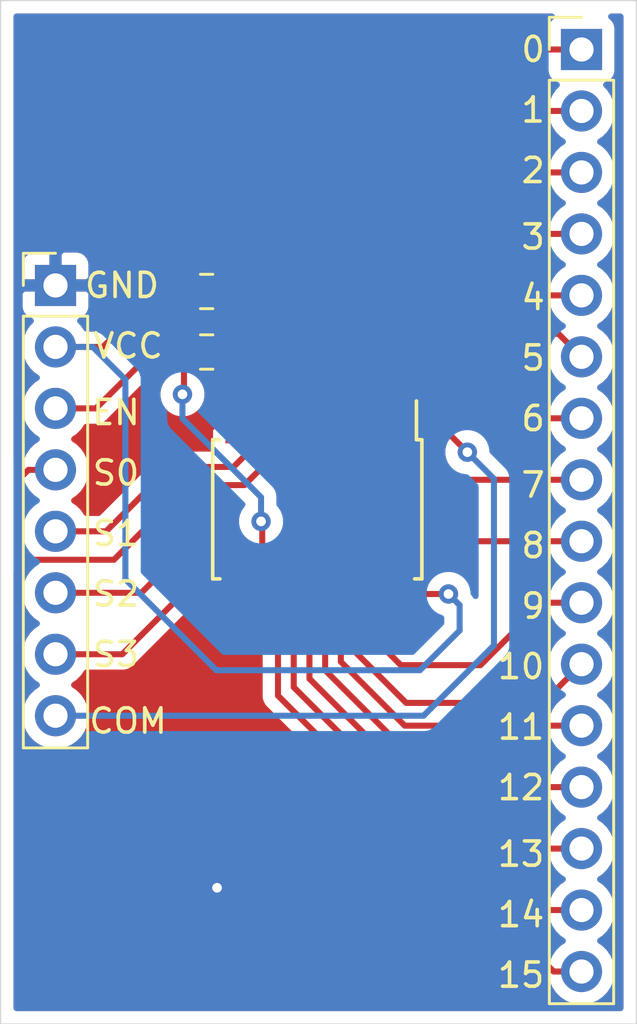
<source format=kicad_pcb>
(kicad_pcb (version 20171130) (host pcbnew 5.1.6-c6e7f7d~87~ubuntu18.04.1)

  (general
    (thickness 1.6)
    (drawings 28)
    (tracks 120)
    (zones 0)
    (modules 5)
    (nets 25)
  )

  (page A4)
  (title_block
    (title "16-pin analog / digital multiplexor breakout board")
    (date 2020-09-01)
    (rev 0.2)
    (company 6r1d)
  )

  (layers
    (0 F.Cu signal)
    (31 B.Cu signal)
    (32 B.Adhes user)
    (33 F.Adhes user)
    (34 B.Paste user)
    (35 F.Paste user)
    (36 B.SilkS user)
    (37 F.SilkS user)
    (38 B.Mask user)
    (39 F.Mask user)
    (40 Dwgs.User user)
    (41 Cmts.User user)
    (42 Eco1.User user)
    (43 Eco2.User user)
    (44 Edge.Cuts user)
    (45 Margin user)
    (46 B.CrtYd user)
    (47 F.CrtYd user)
    (48 B.Fab user)
    (49 F.Fab user)
  )

  (setup
    (last_trace_width 0.25)
    (trace_clearance 0.2)
    (zone_clearance 0.508)
    (zone_45_only no)
    (trace_min 0.2)
    (via_size 0.8)
    (via_drill 0.4)
    (via_min_size 0.4)
    (via_min_drill 0.3)
    (uvia_size 0.3)
    (uvia_drill 0.1)
    (uvias_allowed no)
    (uvia_min_size 0.2)
    (uvia_min_drill 0.1)
    (edge_width 0.05)
    (segment_width 0.2)
    (pcb_text_width 0.3)
    (pcb_text_size 1.5 1.5)
    (mod_edge_width 0.12)
    (mod_text_size 1 1)
    (mod_text_width 0.15)
    (pad_size 1.524 1.524)
    (pad_drill 0.762)
    (pad_to_mask_clearance 0.05)
    (aux_axis_origin 0 0)
    (visible_elements FFFFFF7F)
    (pcbplotparams
      (layerselection 0x010fc_ffffffff)
      (usegerberextensions false)
      (usegerberattributes true)
      (usegerberadvancedattributes true)
      (creategerberjobfile true)
      (excludeedgelayer true)
      (linewidth 0.100000)
      (plotframeref false)
      (viasonmask false)
      (mode 1)
      (useauxorigin false)
      (hpglpennumber 1)
      (hpglpenspeed 20)
      (hpglpendiameter 15.000000)
      (psnegative false)
      (psa4output false)
      (plotreference true)
      (plotvalue true)
      (plotinvisibletext false)
      (padsonsilk false)
      (subtractmaskfromsilk false)
      (outputformat 1)
      (mirror false)
      (drillshape 1)
      (scaleselection 1)
      (outputdirectory ""))
  )

  (net 0 "")
  (net 1 VCC)
  (net 2 GND)
  (net 3 EN)
  (net 4 S0)
  (net 5 S1)
  (net 6 S2)
  (net 7 S3)
  (net 8 COM)
  (net 9 "Net-(J2-Pad1)")
  (net 10 "Net-(J2-Pad2)")
  (net 11 "Net-(J2-Pad3)")
  (net 12 "Net-(J2-Pad4)")
  (net 13 "Net-(J2-Pad5)")
  (net 14 "Net-(J2-Pad6)")
  (net 15 "Net-(J2-Pad7)")
  (net 16 "Net-(J2-Pad8)")
  (net 17 "Net-(J2-Pad9)")
  (net 18 "Net-(J2-Pad10)")
  (net 19 "Net-(J2-Pad11)")
  (net 20 "Net-(J2-Pad12)")
  (net 21 "Net-(J2-Pad13)")
  (net 22 "Net-(J2-Pad14)")
  (net 23 "Net-(J2-Pad15)")
  (net 24 "Net-(J2-Pad16)")

  (net_class Default "This is the default net class."
    (clearance 0.2)
    (trace_width 0.25)
    (via_dia 0.8)
    (via_drill 0.4)
    (uvia_dia 0.3)
    (uvia_drill 0.1)
    (add_net COM)
    (add_net EN)
    (add_net GND)
    (add_net "Net-(J2-Pad1)")
    (add_net "Net-(J2-Pad10)")
    (add_net "Net-(J2-Pad11)")
    (add_net "Net-(J2-Pad12)")
    (add_net "Net-(J2-Pad13)")
    (add_net "Net-(J2-Pad14)")
    (add_net "Net-(J2-Pad15)")
    (add_net "Net-(J2-Pad16)")
    (add_net "Net-(J2-Pad2)")
    (add_net "Net-(J2-Pad3)")
    (add_net "Net-(J2-Pad4)")
    (add_net "Net-(J2-Pad5)")
    (add_net "Net-(J2-Pad6)")
    (add_net "Net-(J2-Pad7)")
    (add_net "Net-(J2-Pad8)")
    (add_net "Net-(J2-Pad9)")
    (add_net S0)
    (add_net S1)
    (add_net S2)
    (add_net S3)
    (add_net VCC)
  )

  (module Capacitor_SMD:C_0805_2012Metric (layer F.Cu) (tedit 5B36C52B) (tstamp 5F3F832A)
    (at 21.5 24.75)
    (descr "Capacitor SMD 0805 (2012 Metric), square (rectangular) end terminal, IPC_7351 nominal, (Body size source: https://docs.google.com/spreadsheets/d/1BsfQQcO9C6DZCsRaXUlFlo91Tg2WpOkGARC1WS5S8t0/edit?usp=sharing), generated with kicad-footprint-generator")
    (tags capacitor)
    (path /5F40B248)
    (attr smd)
    (fp_text reference C1 (at 0 -1.65) (layer F.SilkS) hide
      (effects (font (size 1 1) (thickness 0.15)))
    )
    (fp_text value 0.1uF (at 0 1.65) (layer F.Fab) hide
      (effects (font (size 1 1) (thickness 0.15)))
    )
    (fp_line (start -1 0.6) (end -1 -0.6) (layer F.Fab) (width 0.1))
    (fp_line (start -1 -0.6) (end 1 -0.6) (layer F.Fab) (width 0.1))
    (fp_line (start 1 -0.6) (end 1 0.6) (layer F.Fab) (width 0.1))
    (fp_line (start 1 0.6) (end -1 0.6) (layer F.Fab) (width 0.1))
    (fp_line (start -0.258578 -0.71) (end 0.258578 -0.71) (layer F.SilkS) (width 0.12))
    (fp_line (start -0.258578 0.71) (end 0.258578 0.71) (layer F.SilkS) (width 0.12))
    (fp_line (start -1.68 0.95) (end -1.68 -0.95) (layer F.CrtYd) (width 0.05))
    (fp_line (start -1.68 -0.95) (end 1.68 -0.95) (layer F.CrtYd) (width 0.05))
    (fp_line (start 1.68 -0.95) (end 1.68 0.95) (layer F.CrtYd) (width 0.05))
    (fp_line (start 1.68 0.95) (end -1.68 0.95) (layer F.CrtYd) (width 0.05))
    (fp_text user %R (at 0 0 90) (layer F.Fab)
      (effects (font (size 0.5 0.5) (thickness 0.08)))
    )
    (pad 2 smd roundrect (at 0.9375 0) (size 0.975 1.4) (layers F.Cu F.Paste F.Mask) (roundrect_rratio 0.25)
      (net 2 GND))
    (pad 1 smd roundrect (at -0.9375 0) (size 0.975 1.4) (layers F.Cu F.Paste F.Mask) (roundrect_rratio 0.25)
      (net 1 VCC))
    (model ${KISYS3DMOD}/Capacitor_SMD.3dshapes/C_0805_2012Metric.wrl
      (at (xyz 0 0 0))
      (scale (xyz 1 1 1))
      (rotate (xyz 0 0 0))
    )
  )

  (module Connector_PinHeader_2.54mm:PinHeader_1x08_P2.54mm_Vertical (layer F.Cu) (tedit 59FED5CC) (tstamp 5F3F8346)
    (at 15.25 24.5)
    (descr "Through hole straight pin header, 1x08, 2.54mm pitch, single row")
    (tags "Through hole pin header THT 1x08 2.54mm single row")
    (path /5F4020EA)
    (fp_text reference J1 (at 0 -2.33) (layer F.SilkS) hide
      (effects (font (size 1 1) (thickness 0.15)))
    )
    (fp_text value Conn_01x08 (at 0 20.11) (layer F.Fab) hide
      (effects (font (size 1 1) (thickness 0.15)))
    )
    (fp_line (start 1.8 -1.8) (end -1.8 -1.8) (layer F.CrtYd) (width 0.05))
    (fp_line (start 1.8 19.55) (end 1.8 -1.8) (layer F.CrtYd) (width 0.05))
    (fp_line (start -1.8 19.55) (end 1.8 19.55) (layer F.CrtYd) (width 0.05))
    (fp_line (start -1.8 -1.8) (end -1.8 19.55) (layer F.CrtYd) (width 0.05))
    (fp_line (start -1.33 -1.33) (end 0 -1.33) (layer F.SilkS) (width 0.12))
    (fp_line (start -1.33 0) (end -1.33 -1.33) (layer F.SilkS) (width 0.12))
    (fp_line (start -1.33 1.27) (end 1.33 1.27) (layer F.SilkS) (width 0.12))
    (fp_line (start 1.33 1.27) (end 1.33 19.11) (layer F.SilkS) (width 0.12))
    (fp_line (start -1.33 1.27) (end -1.33 19.11) (layer F.SilkS) (width 0.12))
    (fp_line (start -1.33 19.11) (end 1.33 19.11) (layer F.SilkS) (width 0.12))
    (fp_line (start -1.27 -0.635) (end -0.635 -1.27) (layer F.Fab) (width 0.1))
    (fp_line (start -1.27 19.05) (end -1.27 -0.635) (layer F.Fab) (width 0.1))
    (fp_line (start 1.27 19.05) (end -1.27 19.05) (layer F.Fab) (width 0.1))
    (fp_line (start 1.27 -1.27) (end 1.27 19.05) (layer F.Fab) (width 0.1))
    (fp_line (start -0.635 -1.27) (end 1.27 -1.27) (layer F.Fab) (width 0.1))
    (fp_text user %R (at 0 8.89 90) (layer F.Fab) hide
      (effects (font (size 1 1) (thickness 0.15)))
    )
    (pad 1 thru_hole rect (at 0 0) (size 1.7 1.7) (drill 1) (layers *.Cu *.Mask)
      (net 2 GND))
    (pad 2 thru_hole oval (at 0 2.54) (size 1.7 1.7) (drill 1) (layers *.Cu *.Mask)
      (net 1 VCC))
    (pad 3 thru_hole oval (at 0 5.08) (size 1.7 1.7) (drill 1) (layers *.Cu *.Mask)
      (net 3 EN))
    (pad 4 thru_hole oval (at 0 7.62) (size 1.7 1.7) (drill 1) (layers *.Cu *.Mask)
      (net 4 S0))
    (pad 5 thru_hole oval (at 0 10.16) (size 1.7 1.7) (drill 1) (layers *.Cu *.Mask)
      (net 5 S1))
    (pad 6 thru_hole oval (at 0 12.7) (size 1.7 1.7) (drill 1) (layers *.Cu *.Mask)
      (net 6 S2))
    (pad 7 thru_hole oval (at 0 15.24) (size 1.7 1.7) (drill 1) (layers *.Cu *.Mask)
      (net 7 S3))
    (pad 8 thru_hole oval (at 0 17.78) (size 1.7 1.7) (drill 1) (layers *.Cu *.Mask)
      (net 8 COM))
    (model ${KISYS3DMOD}/Connector_PinHeader_2.54mm.3dshapes/PinHeader_1x08_P2.54mm_Vertical.wrl
      (at (xyz 0 0 0))
      (scale (xyz 1 1 1))
      (rotate (xyz 0 0 0))
    )
  )

  (module Connector_PinHeader_2.54mm:PinHeader_1x16_P2.54mm_Vertical (layer F.Cu) (tedit 59FED5CC) (tstamp 5F3F836A)
    (at 37 14.75)
    (descr "Through hole straight pin header, 1x16, 2.54mm pitch, single row")
    (tags "Through hole pin header THT 1x16 2.54mm single row")
    (path /5F3F7113)
    (fp_text reference J2 (at 0 -2.33) (layer F.SilkS) hide
      (effects (font (size 1 1) (thickness 0.15)))
    )
    (fp_text value Conn_01x16 (at 0 40.43) (layer F.Fab) hide
      (effects (font (size 1 1) (thickness 0.15)))
    )
    (fp_line (start 1.8 -1.8) (end -1.8 -1.8) (layer F.CrtYd) (width 0.05))
    (fp_line (start 1.8 39.9) (end 1.8 -1.8) (layer F.CrtYd) (width 0.05))
    (fp_line (start -1.8 39.9) (end 1.8 39.9) (layer F.CrtYd) (width 0.05))
    (fp_line (start -1.8 -1.8) (end -1.8 39.9) (layer F.CrtYd) (width 0.05))
    (fp_line (start -1.33 -1.33) (end 0 -1.33) (layer F.SilkS) (width 0.12))
    (fp_line (start -1.33 0) (end -1.33 -1.33) (layer F.SilkS) (width 0.12))
    (fp_line (start -1.33 1.27) (end 1.33 1.27) (layer F.SilkS) (width 0.12))
    (fp_line (start 1.33 1.27) (end 1.33 39.43) (layer F.SilkS) (width 0.12))
    (fp_line (start -1.33 1.27) (end -1.33 39.43) (layer F.SilkS) (width 0.12))
    (fp_line (start -1.33 39.43) (end 1.33 39.43) (layer F.SilkS) (width 0.12))
    (fp_line (start -1.27 -0.635) (end -0.635 -1.27) (layer F.Fab) (width 0.1))
    (fp_line (start -1.27 39.37) (end -1.27 -0.635) (layer F.Fab) (width 0.1))
    (fp_line (start 1.27 39.37) (end -1.27 39.37) (layer F.Fab) (width 0.1))
    (fp_line (start 1.27 -1.27) (end 1.27 39.37) (layer F.Fab) (width 0.1))
    (fp_line (start -0.635 -1.27) (end 1.27 -1.27) (layer F.Fab) (width 0.1))
    (fp_text user %R (at 0 19.05 90) (layer F.Fab) hide
      (effects (font (size 1 1) (thickness 0.15)))
    )
    (pad 1 thru_hole rect (at 0 0) (size 1.7 1.7) (drill 1) (layers *.Cu *.Mask)
      (net 9 "Net-(J2-Pad1)"))
    (pad 2 thru_hole oval (at 0 2.54) (size 1.7 1.7) (drill 1) (layers *.Cu *.Mask)
      (net 10 "Net-(J2-Pad2)"))
    (pad 3 thru_hole oval (at 0 5.08) (size 1.7 1.7) (drill 1) (layers *.Cu *.Mask)
      (net 11 "Net-(J2-Pad3)"))
    (pad 4 thru_hole oval (at 0 7.62) (size 1.7 1.7) (drill 1) (layers *.Cu *.Mask)
      (net 12 "Net-(J2-Pad4)"))
    (pad 5 thru_hole oval (at 0 10.16) (size 1.7 1.7) (drill 1) (layers *.Cu *.Mask)
      (net 13 "Net-(J2-Pad5)"))
    (pad 6 thru_hole oval (at 0 12.7) (size 1.7 1.7) (drill 1) (layers *.Cu *.Mask)
      (net 14 "Net-(J2-Pad6)"))
    (pad 7 thru_hole oval (at 0 15.24) (size 1.7 1.7) (drill 1) (layers *.Cu *.Mask)
      (net 15 "Net-(J2-Pad7)"))
    (pad 8 thru_hole oval (at 0 17.78) (size 1.7 1.7) (drill 1) (layers *.Cu *.Mask)
      (net 16 "Net-(J2-Pad8)"))
    (pad 9 thru_hole oval (at 0 20.32) (size 1.7 1.7) (drill 1) (layers *.Cu *.Mask)
      (net 17 "Net-(J2-Pad9)"))
    (pad 10 thru_hole oval (at 0 22.86) (size 1.7 1.7) (drill 1) (layers *.Cu *.Mask)
      (net 18 "Net-(J2-Pad10)"))
    (pad 11 thru_hole oval (at 0 25.4) (size 1.7 1.7) (drill 1) (layers *.Cu *.Mask)
      (net 19 "Net-(J2-Pad11)"))
    (pad 12 thru_hole oval (at 0 27.94) (size 1.7 1.7) (drill 1) (layers *.Cu *.Mask)
      (net 20 "Net-(J2-Pad12)"))
    (pad 13 thru_hole oval (at 0 30.48) (size 1.7 1.7) (drill 1) (layers *.Cu *.Mask)
      (net 21 "Net-(J2-Pad13)"))
    (pad 14 thru_hole oval (at 0 33.02) (size 1.7 1.7) (drill 1) (layers *.Cu *.Mask)
      (net 22 "Net-(J2-Pad14)"))
    (pad 15 thru_hole oval (at 0 35.56) (size 1.7 1.7) (drill 1) (layers *.Cu *.Mask)
      (net 23 "Net-(J2-Pad15)"))
    (pad 16 thru_hole oval (at 0 38.1) (size 1.7 1.7) (drill 1) (layers *.Cu *.Mask)
      (net 24 "Net-(J2-Pad16)"))
    (model ${KISYS3DMOD}/Connector_PinHeader_2.54mm.3dshapes/PinHeader_1x16_P2.54mm_Vertical.wrl
      (at (xyz 0 0 0))
      (scale (xyz 1 1 1))
      (rotate (xyz 0 0 0))
    )
  )

  (module Resistor_SMD:R_0805_2012Metric (layer F.Cu) (tedit 5B36C52B) (tstamp 5F3F837B)
    (at 21.5 27.25)
    (descr "Resistor SMD 0805 (2012 Metric), square (rectangular) end terminal, IPC_7351 nominal, (Body size source: https://docs.google.com/spreadsheets/d/1BsfQQcO9C6DZCsRaXUlFlo91Tg2WpOkGARC1WS5S8t0/edit?usp=sharing), generated with kicad-footprint-generator")
    (tags resistor)
    (path /5F40AEA9)
    (attr smd)
    (fp_text reference R1 (at 0 -1.65) (layer F.SilkS) hide
      (effects (font (size 1 1) (thickness 0.15)))
    )
    (fp_text value 10k (at 0 1.65) (layer F.Fab) hide
      (effects (font (size 1 1) (thickness 0.15)))
    )
    (fp_line (start 1.68 0.95) (end -1.68 0.95) (layer F.CrtYd) (width 0.05))
    (fp_line (start 1.68 -0.95) (end 1.68 0.95) (layer F.CrtYd) (width 0.05))
    (fp_line (start -1.68 -0.95) (end 1.68 -0.95) (layer F.CrtYd) (width 0.05))
    (fp_line (start -1.68 0.95) (end -1.68 -0.95) (layer F.CrtYd) (width 0.05))
    (fp_line (start -0.258578 0.71) (end 0.258578 0.71) (layer F.SilkS) (width 0.12))
    (fp_line (start -0.258578 -0.71) (end 0.258578 -0.71) (layer F.SilkS) (width 0.12))
    (fp_line (start 1 0.6) (end -1 0.6) (layer F.Fab) (width 0.1))
    (fp_line (start 1 -0.6) (end 1 0.6) (layer F.Fab) (width 0.1))
    (fp_line (start -1 -0.6) (end 1 -0.6) (layer F.Fab) (width 0.1))
    (fp_line (start -1 0.6) (end -1 -0.6) (layer F.Fab) (width 0.1))
    (fp_text user %R (at 0 0 90) (layer F.Fab)
      (effects (font (size 0.5 0.5) (thickness 0.08)))
    )
    (pad 1 smd roundrect (at -0.9375 0) (size 0.975 1.4) (layers F.Cu F.Paste F.Mask) (roundrect_rratio 0.25)
      (net 3 EN))
    (pad 2 smd roundrect (at 0.9375 0) (size 0.975 1.4) (layers F.Cu F.Paste F.Mask) (roundrect_rratio 0.25)
      (net 2 GND))
    (model ${KISYS3DMOD}/Resistor_SMD.3dshapes/R_0805_2012Metric.wrl
      (at (xyz 0 0 0))
      (scale (xyz 1 1 1))
      (rotate (xyz 0 0 0))
    )
  )

  (module Package_SO:SSOP-24_5.3x8.2mm_P0.65mm (layer F.Cu) (tedit 5A02F25C) (tstamp 5F3F8952)
    (at 26.075001 33.75 270)
    (descr "24-Lead Plastic Shrink Small Outline (SS)-5.30 mm Body [SSOP] (see Microchip Packaging Specification 00000049BS.pdf)")
    (tags "SSOP 0.65")
    (path /5F3F31DD)
    (attr smd)
    (fp_text reference U1 (at 0 0.075001 90) (layer F.SilkS) hide
      (effects (font (size 1 1) (thickness 0.15)))
    )
    (fp_text value CD74HC4067SM (at 0 5.25 90) (layer F.Fab) hide
      (effects (font (size 1 1) (thickness 0.15)))
    )
    (fp_line (start -2.875 -4.1) (end -4.475 -4.1) (layer F.SilkS) (width 0.15))
    (fp_line (start -2.875 4.325) (end 2.875 4.325) (layer F.SilkS) (width 0.15))
    (fp_line (start -2.875 -4.325) (end 2.875 -4.325) (layer F.SilkS) (width 0.15))
    (fp_line (start -2.875 4.325) (end -2.875 4.025) (layer F.SilkS) (width 0.15))
    (fp_line (start 2.875 4.325) (end 2.875 4.025) (layer F.SilkS) (width 0.15))
    (fp_line (start 2.875 -4.325) (end 2.875 -4.025) (layer F.SilkS) (width 0.15))
    (fp_line (start -2.875 -4.325) (end -2.875 -4.1) (layer F.SilkS) (width 0.15))
    (fp_line (start -4.75 4.5) (end 4.75 4.5) (layer F.CrtYd) (width 0.05))
    (fp_line (start -4.75 -4.5) (end 4.75 -4.5) (layer F.CrtYd) (width 0.05))
    (fp_line (start 4.75 -4.5) (end 4.75 4.5) (layer F.CrtYd) (width 0.05))
    (fp_line (start -4.75 -4.5) (end -4.75 4.5) (layer F.CrtYd) (width 0.05))
    (fp_line (start -2.65 -3.1) (end -1.65 -4.1) (layer F.Fab) (width 0.15))
    (fp_line (start -2.65 4.1) (end -2.65 -3.1) (layer F.Fab) (width 0.15))
    (fp_line (start 2.65 4.1) (end -2.65 4.1) (layer F.Fab) (width 0.15))
    (fp_line (start 2.65 -4.1) (end 2.65 4.1) (layer F.Fab) (width 0.15))
    (fp_line (start -1.65 -4.1) (end 2.65 -4.1) (layer F.Fab) (width 0.15))
    (fp_text user %R (at 0 0 90) (layer F.Fab) hide
      (effects (font (size 0.8 0.8) (thickness 0.15)))
    )
    (pad 1 smd rect (at -3.6 -3.575 270) (size 1.75 0.45) (layers F.Cu F.Paste F.Mask)
      (net 8 COM))
    (pad 2 smd rect (at -3.6 -2.925 270) (size 1.75 0.45) (layers F.Cu F.Paste F.Mask)
      (net 16 "Net-(J2-Pad8)"))
    (pad 3 smd rect (at -3.6 -2.275 270) (size 1.75 0.45) (layers F.Cu F.Paste F.Mask)
      (net 15 "Net-(J2-Pad7)"))
    (pad 4 smd rect (at -3.6 -1.625 270) (size 1.75 0.45) (layers F.Cu F.Paste F.Mask)
      (net 14 "Net-(J2-Pad6)"))
    (pad 5 smd rect (at -3.6 -0.975 270) (size 1.75 0.45) (layers F.Cu F.Paste F.Mask)
      (net 13 "Net-(J2-Pad5)"))
    (pad 6 smd rect (at -3.6 -0.325 270) (size 1.75 0.45) (layers F.Cu F.Paste F.Mask)
      (net 12 "Net-(J2-Pad4)"))
    (pad 7 smd rect (at -3.6 0.325 270) (size 1.75 0.45) (layers F.Cu F.Paste F.Mask)
      (net 11 "Net-(J2-Pad3)"))
    (pad 8 smd rect (at -3.6 0.975 270) (size 1.75 0.45) (layers F.Cu F.Paste F.Mask)
      (net 10 "Net-(J2-Pad2)"))
    (pad 9 smd rect (at -3.6 1.625 270) (size 1.75 0.45) (layers F.Cu F.Paste F.Mask)
      (net 9 "Net-(J2-Pad1)"))
    (pad 10 smd rect (at -3.6 2.275 270) (size 1.75 0.45) (layers F.Cu F.Paste F.Mask)
      (net 4 S0))
    (pad 11 smd rect (at -3.6 2.925 270) (size 1.75 0.45) (layers F.Cu F.Paste F.Mask)
      (net 5 S1))
    (pad 12 smd rect (at -3.6 3.575 270) (size 1.75 0.45) (layers F.Cu F.Paste F.Mask)
      (net 2 GND))
    (pad 13 smd rect (at 3.6 3.575 270) (size 1.75 0.45) (layers F.Cu F.Paste F.Mask)
      (net 7 S3))
    (pad 14 smd rect (at 3.6 2.925 270) (size 1.75 0.45) (layers F.Cu F.Paste F.Mask)
      (net 6 S2))
    (pad 15 smd rect (at 3.6 2.275 270) (size 1.75 0.45) (layers F.Cu F.Paste F.Mask)
      (net 3 EN))
    (pad 16 smd rect (at 3.6 1.625 270) (size 1.75 0.45) (layers F.Cu F.Paste F.Mask)
      (net 24 "Net-(J2-Pad16)"))
    (pad 17 smd rect (at 3.6 0.975 270) (size 1.75 0.45) (layers F.Cu F.Paste F.Mask)
      (net 23 "Net-(J2-Pad15)"))
    (pad 18 smd rect (at 3.6 0.325 270) (size 1.75 0.45) (layers F.Cu F.Paste F.Mask)
      (net 22 "Net-(J2-Pad14)"))
    (pad 19 smd rect (at 3.6 -0.325 270) (size 1.75 0.45) (layers F.Cu F.Paste F.Mask)
      (net 21 "Net-(J2-Pad13)"))
    (pad 20 smd rect (at 3.6 -0.975 270) (size 1.75 0.45) (layers F.Cu F.Paste F.Mask)
      (net 20 "Net-(J2-Pad12)"))
    (pad 21 smd rect (at 3.6 -1.625 270) (size 1.75 0.45) (layers F.Cu F.Paste F.Mask)
      (net 19 "Net-(J2-Pad11)"))
    (pad 22 smd rect (at 3.6 -2.275 270) (size 1.75 0.45) (layers F.Cu F.Paste F.Mask)
      (net 18 "Net-(J2-Pad10)"))
    (pad 23 smd rect (at 3.6 -2.925 270) (size 1.75 0.45) (layers F.Cu F.Paste F.Mask)
      (net 17 "Net-(J2-Pad9)"))
    (pad 24 smd rect (at 3.6 -3.575 270) (size 1.75 0.45) (layers F.Cu F.Paste F.Mask)
      (net 1 VCC))
    (model ${KISYS3DMOD}/Package_SO.3dshapes/SSOP-24_5.3x8.2mm_P0.65mm.wrl
      (at (xyz 0 0 0))
      (scale (xyz 1 1 1))
      (rotate (xyz 0 0 0))
    )
  )

  (gr_line (start 12.98 55.02) (end 12.98 12.73) (layer Edge.Cuts) (width 0.05) (tstamp 5F4E5EC6))
  (gr_line (start 39.27 55.02) (end 12.98 55.02) (layer Edge.Cuts) (width 0.05))
  (gr_line (start 39.27 12.73) (end 39.27 55.02) (layer Edge.Cuts) (width 0.05))
  (gr_line (start 12.98 12.73) (end 39.27 12.73) (layer Edge.Cuts) (width 0.05))
  (gr_text 0 (at 35 14.75) (layer F.SilkS)
    (effects (font (size 1 1) (thickness 0.15)))
  )
  (gr_text 1 (at 35 17.25) (layer F.SilkS)
    (effects (font (size 1 1) (thickness 0.15)))
  )
  (gr_text 2 (at 35 19.75) (layer F.SilkS)
    (effects (font (size 1 1) (thickness 0.15)))
  )
  (gr_text 3 (at 35 22.5) (layer F.SilkS)
    (effects (font (size 1 1) (thickness 0.15)))
  )
  (gr_text 4 (at 35 25) (layer F.SilkS)
    (effects (font (size 1 1) (thickness 0.15)))
  )
  (gr_text 5 (at 35 27.5) (layer F.SilkS)
    (effects (font (size 1 1) (thickness 0.15)))
  )
  (gr_text 6 (at 35 30) (layer F.SilkS)
    (effects (font (size 1 1) (thickness 0.15)))
  )
  (gr_text 7 (at 35 32.75) (layer F.SilkS)
    (effects (font (size 1 1) (thickness 0.15)))
  )
  (gr_text 8 (at 35 35.25) (layer F.SilkS)
    (effects (font (size 1 1) (thickness 0.15)))
  )
  (gr_text 9 (at 35 37.75) (layer F.SilkS)
    (effects (font (size 1 1) (thickness 0.15)))
  )
  (gr_text 10 (at 34.5 40.25) (layer F.SilkS)
    (effects (font (size 1 1) (thickness 0.15)))
  )
  (gr_text 11 (at 34.5 42.75) (layer F.SilkS)
    (effects (font (size 1 1) (thickness 0.15)))
  )
  (gr_text 12 (at 34.5 45.25) (layer F.SilkS)
    (effects (font (size 1 1) (thickness 0.15)))
  )
  (gr_text 13 (at 34.5 48) (layer F.SilkS)
    (effects (font (size 1 1) (thickness 0.15)))
  )
  (gr_text 14 (at 34.5 50.5) (layer F.SilkS)
    (effects (font (size 1 1) (thickness 0.15)))
  )
  (gr_text 15 (at 34.5 53) (layer F.SilkS)
    (effects (font (size 1 1) (thickness 0.15)))
  )
  (gr_text GND (at 18 24.5) (layer F.SilkS)
    (effects (font (size 1 1) (thickness 0.15)))
  )
  (gr_text VCC (at 18.25 27) (layer F.SilkS)
    (effects (font (size 1 1) (thickness 0.15)))
  )
  (gr_text EN (at 17.75 29.75) (layer F.SilkS)
    (effects (font (size 1 1) (thickness 0.15)))
  )
  (gr_text S0 (at 17.75 32.25) (layer F.SilkS)
    (effects (font (size 1 1) (thickness 0.15)))
  )
  (gr_text S1 (at 17.75 34.75) (layer F.SilkS)
    (effects (font (size 1 1) (thickness 0.15)))
  )
  (gr_text S2 (at 17.75 37.25) (layer F.SilkS)
    (effects (font (size 1 1) (thickness 0.15)))
  )
  (gr_text S3 (at 17.75 39.75) (layer F.SilkS)
    (effects (font (size 1 1) (thickness 0.15)))
  )
  (gr_text COM (at 18.25 42.5) (layer F.SilkS)
    (effects (font (size 1 1) (thickness 0.15)))
  )

  (via (at 31.5 37.25) (size 0.8) (drill 0.4) (layers F.Cu B.Cu) (net 1))
  (segment (start 29.750001 37.25) (end 29.650001 37.35) (width 0.25) (layer F.Cu) (net 1))
  (segment (start 31.5 37.25) (end 29.750001 37.25) (width 0.25) (layer F.Cu) (net 1))
  (segment (start 17.21 27.04) (end 19.5 24.75) (width 0.25) (layer F.Cu) (net 1))
  (segment (start 19.5 24.75) (end 20.5625 24.75) (width 0.25) (layer F.Cu) (net 1))
  (segment (start 15.25 27.04) (end 17.21 27.04) (width 0.25) (layer F.Cu) (net 1))
  (segment (start 31.96 37.71) (end 31.5 37.25) (width 0.25) (layer B.Cu) (net 1))
  (segment (start 31.96 38.76) (end 31.96 37.71) (width 0.25) (layer B.Cu) (net 1))
  (segment (start 16.79 27.04) (end 18.14 28.39) (width 0.25) (layer B.Cu) (net 1))
  (segment (start 21.9 40.4) (end 30.32 40.4) (width 0.25) (layer B.Cu) (net 1))
  (segment (start 15.25 27.04) (end 16.79 27.04) (width 0.25) (layer B.Cu) (net 1))
  (segment (start 18.14 36.64) (end 21.9 40.4) (width 0.25) (layer B.Cu) (net 1))
  (segment (start 18.14 28.39) (end 18.14 36.64) (width 0.25) (layer B.Cu) (net 1))
  (segment (start 30.32 40.4) (end 31.96 38.76) (width 0.25) (layer B.Cu) (net 1))
  (segment (start 22.6 30.050001) (end 22.500001 30.15) (width 0.25) (layer F.Cu) (net 2))
  (segment (start 22.4375 24.75) (end 22.4375 27.25) (width 0.25) (layer F.Cu) (net 2))
  (segment (start 22.4375 30.087499) (end 22.500001 30.15) (width 0.25) (layer F.Cu) (net 2))
  (segment (start 22.4375 27.25) (end 22.4375 30.087499) (width 0.25) (layer F.Cu) (net 2))
  (segment (start 21.75 23.25) (end 22.4375 23.9375) (width 0.25) (layer F.Cu) (net 2))
  (segment (start 22.4375 23.9375) (end 22.4375 24.75) (width 0.25) (layer F.Cu) (net 2))
  (segment (start 18.25 23.25) (end 21.75 23.25) (width 0.25) (layer F.Cu) (net 2))
  (segment (start 15.25 24.5) (end 17 24.5) (width 0.25) (layer F.Cu) (net 2))
  (segment (start 17 24.5) (end 18.25 23.25) (width 0.25) (layer F.Cu) (net 2))
  (via (at 21.93 49.39) (size 0.8) (drill 0.4) (layers F.Cu B.Cu) (net 2))
  (via (at 20.5 29) (size 0.8) (drill 0.4) (layers F.Cu B.Cu) (net 3))
  (segment (start 20.5625 27.25) (end 20.5625 28.9375) (width 0.25) (layer F.Cu) (net 3))
  (segment (start 20.5625 28.9375) (end 20.5 29) (width 0.25) (layer F.Cu) (net 3))
  (via (at 23.750006 34.25) (size 0.8) (drill 0.4) (layers F.Cu B.Cu) (net 3))
  (segment (start 23.800001 37.35) (end 23.800001 34.299995) (width 0.25) (layer F.Cu) (net 3))
  (segment (start 23.800001 34.299995) (end 23.750006 34.25) (width 0.25) (layer F.Cu) (net 3))
  (segment (start 23.750006 33.250006) (end 23.750006 34.25) (width 0.25) (layer B.Cu) (net 3))
  (segment (start 20.5 29) (end 20.5 30) (width 0.25) (layer B.Cu) (net 3))
  (segment (start 20.5 30) (end 23.750006 33.250006) (width 0.25) (layer B.Cu) (net 3))
  (segment (start 16.92 29.58) (end 19.25 27.25) (width 0.25) (layer F.Cu) (net 3))
  (segment (start 19.25 27.25) (end 20.5625 27.25) (width 0.25) (layer F.Cu) (net 3))
  (segment (start 15.25 29.58) (end 16.92 29.58) (width 0.25) (layer F.Cu) (net 3))
  (segment (start 23.75 30.200001) (end 23.800001 30.15) (width 0.25) (layer F.Cu) (net 4))
  (segment (start 23.800001 32.009999) (end 23.800001 30.15) (width 0.25) (layer F.Cu) (net 4))
  (segment (start 23.06 32.75) (end 23.800001 32.009999) (width 0.25) (layer F.Cu) (net 4))
  (segment (start 20.75 32.75) (end 23.06 32.75) (width 0.25) (layer F.Cu) (net 4))
  (segment (start 14.13 32.12) (end 13.75 32.5) (width 0.25) (layer F.Cu) (net 4))
  (segment (start 13.75 32.5) (end 13.75 35.460001) (width 0.25) (layer F.Cu) (net 4))
  (segment (start 17.664999 35.835001) (end 20.75 32.75) (width 0.25) (layer F.Cu) (net 4))
  (segment (start 15.25 32.12) (end 14.13 32.12) (width 0.25) (layer F.Cu) (net 4))
  (segment (start 13.75 35.460001) (end 14.125 35.835001) (width 0.25) (layer F.Cu) (net 4))
  (segment (start 14.125 35.835001) (end 17.664999 35.835001) (width 0.25) (layer F.Cu) (net 4))
  (segment (start 23.150001 31.459999) (end 23.150001 30.15) (width 0.25) (layer F.Cu) (net 5))
  (segment (start 22.61 32) (end 23.150001 31.459999) (width 0.25) (layer F.Cu) (net 5))
  (segment (start 20 32) (end 22.61 32) (width 0.25) (layer F.Cu) (net 5))
  (segment (start 15.25 34.66) (end 17.34 34.66) (width 0.25) (layer F.Cu) (net 5))
  (segment (start 17.34 34.66) (end 20 32) (width 0.25) (layer F.Cu) (net 5))
  (segment (start 15.25 37.2) (end 18.8 37.2) (width 0.25) (layer F.Cu) (net 6))
  (segment (start 18.8 37.2) (end 20.25 35.75) (width 0.25) (layer F.Cu) (net 6))
  (segment (start 23.150001 36.225) (end 23.150001 37.35) (width 0.25) (layer F.Cu) (net 6))
  (segment (start 22.675001 35.75) (end 23.150001 36.225) (width 0.25) (layer F.Cu) (net 6))
  (segment (start 20.25 35.75) (end 22.675001 35.75) (width 0.25) (layer F.Cu) (net 6))
  (segment (start 20.4 37.35) (end 22.500001 37.35) (width 0.25) (layer F.Cu) (net 7))
  (segment (start 15.25 39.74) (end 18.01 39.74) (width 0.25) (layer F.Cu) (net 7))
  (segment (start 18.01 39.74) (end 20.4 37.35) (width 0.25) (layer F.Cu) (net 7))
  (via (at 32.28 31.39) (size 0.8) (drill 0.4) (layers F.Cu B.Cu) (net 8))
  (segment (start 29.650001 30.15) (end 31.04 30.15) (width 0.25) (layer F.Cu) (net 8))
  (segment (start 31.04 30.15) (end 32.28 31.39) (width 0.25) (layer F.Cu) (net 8))
  (segment (start 33.38 32.49) (end 32.28 31.39) (width 0.25) (layer B.Cu) (net 8))
  (segment (start 33.38 39.37) (end 33.38 32.49) (width 0.25) (layer B.Cu) (net 8))
  (segment (start 15.25 42.28) (end 30.47 42.28) (width 0.25) (layer B.Cu) (net 8))
  (segment (start 30.47 42.28) (end 33.38 39.37) (width 0.25) (layer B.Cu) (net 8))
  (segment (start 34.25 14.75) (end 37 14.75) (width 0.25) (layer F.Cu) (net 9))
  (segment (start 24.450001 30.15) (end 24.450001 24.549999) (width 0.25) (layer F.Cu) (net 9))
  (segment (start 24.450001 24.549999) (end 34.25 14.75) (width 0.25) (layer F.Cu) (net 9))
  (segment (start 33.21 17.29) (end 37 17.29) (width 0.25) (layer F.Cu) (net 10))
  (segment (start 25.100001 30.15) (end 25.100001 25.399999) (width 0.25) (layer F.Cu) (net 10))
  (segment (start 25.100001 25.399999) (end 33.21 17.29) (width 0.25) (layer F.Cu) (net 10))
  (segment (start 32.17 19.83) (end 37 19.83) (width 0.25) (layer F.Cu) (net 11))
  (segment (start 25.750001 30.15) (end 25.750001 26.249999) (width 0.25) (layer F.Cu) (net 11))
  (segment (start 25.750001 26.249999) (end 32.17 19.83) (width 0.25) (layer F.Cu) (net 11))
  (segment (start 30.88 22.37) (end 37 22.37) (width 0.25) (layer F.Cu) (net 12))
  (segment (start 26.400001 30.15) (end 26.400001 26.849999) (width 0.25) (layer F.Cu) (net 12))
  (segment (start 26.400001 26.849999) (end 30.88 22.37) (width 0.25) (layer F.Cu) (net 12))
  (segment (start 29.59 24.91) (end 37 24.91) (width 0.25) (layer F.Cu) (net 13))
  (segment (start 27.050001 30.15) (end 27.050001 27.449999) (width 0.25) (layer F.Cu) (net 13))
  (segment (start 27.050001 27.449999) (end 29.59 24.91) (width 0.25) (layer F.Cu) (net 13))
  (segment (start 36.05 26.5) (end 37 27.45) (width 0.25) (layer F.Cu) (net 14))
  (segment (start 29.25 26.5) (end 36.05 26.5) (width 0.25) (layer F.Cu) (net 14))
  (segment (start 27.700001 30.15) (end 27.700001 28.049999) (width 0.25) (layer F.Cu) (net 14))
  (segment (start 27.700001 28.049999) (end 29.25 26.5) (width 0.25) (layer F.Cu) (net 14))
  (segment (start 33.5 29.99) (end 37 29.99) (width 0.25) (layer F.Cu) (net 15))
  (segment (start 31.76 28.25) (end 33.5 29.99) (width 0.25) (layer F.Cu) (net 15))
  (segment (start 29.214999 28.25) (end 31.76 28.25) (width 0.25) (layer F.Cu) (net 15))
  (segment (start 28.350001 30.15) (end 28.350001 29.114998) (width 0.25) (layer F.Cu) (net 15))
  (segment (start 28.350001 29.114998) (end 29.214999 28.25) (width 0.25) (layer F.Cu) (net 15))
  (segment (start 29.76 32.53) (end 37 32.53) (width 0.25) (layer F.Cu) (net 16))
  (segment (start 29.000001 30.15) (end 29.000001 31.770001) (width 0.25) (layer F.Cu) (net 16))
  (segment (start 29.000001 31.770001) (end 29.76 32.53) (width 0.25) (layer F.Cu) (net 16))
  (segment (start 29.000001 37.35) (end 29.000001 35.949999) (width 0.25) (layer F.Cu) (net 17))
  (segment (start 29.88 35.07) (end 37 35.07) (width 0.25) (layer F.Cu) (net 17))
  (segment (start 29.000001 35.949999) (end 29.88 35.07) (width 0.25) (layer F.Cu) (net 17))
  (segment (start 28.350001 39.010001) (end 29.53 40.19) (width 0.25) (layer F.Cu) (net 18))
  (segment (start 28.350001 37.35) (end 28.350001 39.010001) (width 0.25) (layer F.Cu) (net 18))
  (segment (start 32.82 40.19) (end 35.4 37.61) (width 0.25) (layer F.Cu) (net 18))
  (segment (start 35.4 37.61) (end 37 37.61) (width 0.25) (layer F.Cu) (net 18))
  (segment (start 29.53 40.19) (end 32.82 40.19) (width 0.25) (layer F.Cu) (net 18))
  (segment (start 27.700001 39.700001) (end 29.75 41.75) (width 0.25) (layer F.Cu) (net 19))
  (segment (start 29.75 41.75) (end 35.4 41.75) (width 0.25) (layer F.Cu) (net 19))
  (segment (start 27.700001 37.35) (end 27.700001 39.700001) (width 0.25) (layer F.Cu) (net 19))
  (segment (start 35.4 41.75) (end 37 40.15) (width 0.25) (layer F.Cu) (net 19))
  (segment (start 27.050001 40.050001) (end 29.69 42.69) (width 0.25) (layer F.Cu) (net 20))
  (segment (start 27.050001 37.35) (end 27.050001 40.050001) (width 0.25) (layer F.Cu) (net 20))
  (segment (start 29.69 42.69) (end 37 42.69) (width 0.25) (layer F.Cu) (net 20))
  (segment (start 26.400001 40.400001) (end 31.23 45.23) (width 0.25) (layer F.Cu) (net 21))
  (segment (start 26.400001 37.35) (end 26.400001 40.400001) (width 0.25) (layer F.Cu) (net 21))
  (segment (start 31.23 45.23) (end 37 45.23) (width 0.25) (layer F.Cu) (net 21))
  (segment (start 32.77 47.77) (end 37 47.77) (width 0.25) (layer F.Cu) (net 22))
  (segment (start 25.750001 37.35) (end 25.750001 40.750001) (width 0.25) (layer F.Cu) (net 22))
  (segment (start 25.750001 40.750001) (end 32.77 47.77) (width 0.25) (layer F.Cu) (net 22))
  (segment (start 34.31 50.31) (end 37 50.31) (width 0.25) (layer F.Cu) (net 23))
  (segment (start 25.100001 37.35) (end 25.100001 41.100001) (width 0.25) (layer F.Cu) (net 23))
  (segment (start 25.100001 41.100001) (end 34.31 50.31) (width 0.25) (layer F.Cu) (net 23))
  (segment (start 24.450001 41.450001) (end 24.450001 37.35) (width 0.25) (layer F.Cu) (net 24))
  (segment (start 37 52.85) (end 35.85 52.85) (width 0.25) (layer F.Cu) (net 24))
  (segment (start 35.85 52.85) (end 24.450001 41.450001) (width 0.25) (layer F.Cu) (net 24))

  (zone (net 2) (net_name GND) (layer B.Cu) (tstamp 0) (hatch edge 0.508)
    (connect_pads (clearance 0.508))
    (min_thickness 0.254)
    (fill yes (arc_segments 32) (thermal_gap 0.508) (thermal_bridge_width 0.508))
    (polygon
      (pts
        (xy 39.25 55) (xy 13 55) (xy 13 12.75) (xy 39.25 12.75)
      )
    )
    (filled_polygon
      (pts
        (xy 35.698815 13.448815) (xy 35.619463 13.545506) (xy 35.560498 13.65582) (xy 35.524188 13.775518) (xy 35.511928 13.9)
        (xy 35.511928 15.6) (xy 35.524188 15.724482) (xy 35.560498 15.84418) (xy 35.619463 15.954494) (xy 35.698815 16.051185)
        (xy 35.795506 16.130537) (xy 35.90582 16.189502) (xy 35.97838 16.211513) (xy 35.846525 16.343368) (xy 35.68401 16.586589)
        (xy 35.572068 16.856842) (xy 35.515 17.14374) (xy 35.515 17.43626) (xy 35.572068 17.723158) (xy 35.68401 17.993411)
        (xy 35.846525 18.236632) (xy 36.053368 18.443475) (xy 36.22776 18.56) (xy 36.053368 18.676525) (xy 35.846525 18.883368)
        (xy 35.68401 19.126589) (xy 35.572068 19.396842) (xy 35.515 19.68374) (xy 35.515 19.97626) (xy 35.572068 20.263158)
        (xy 35.68401 20.533411) (xy 35.846525 20.776632) (xy 36.053368 20.983475) (xy 36.22776 21.1) (xy 36.053368 21.216525)
        (xy 35.846525 21.423368) (xy 35.68401 21.666589) (xy 35.572068 21.936842) (xy 35.515 22.22374) (xy 35.515 22.51626)
        (xy 35.572068 22.803158) (xy 35.68401 23.073411) (xy 35.846525 23.316632) (xy 36.053368 23.523475) (xy 36.22776 23.64)
        (xy 36.053368 23.756525) (xy 35.846525 23.963368) (xy 35.68401 24.206589) (xy 35.572068 24.476842) (xy 35.515 24.76374)
        (xy 35.515 25.05626) (xy 35.572068 25.343158) (xy 35.68401 25.613411) (xy 35.846525 25.856632) (xy 36.053368 26.063475)
        (xy 36.22776 26.18) (xy 36.053368 26.296525) (xy 35.846525 26.503368) (xy 35.68401 26.746589) (xy 35.572068 27.016842)
        (xy 35.515 27.30374) (xy 35.515 27.59626) (xy 35.572068 27.883158) (xy 35.68401 28.153411) (xy 35.846525 28.396632)
        (xy 36.053368 28.603475) (xy 36.22776 28.72) (xy 36.053368 28.836525) (xy 35.846525 29.043368) (xy 35.68401 29.286589)
        (xy 35.572068 29.556842) (xy 35.515 29.84374) (xy 35.515 30.13626) (xy 35.572068 30.423158) (xy 35.68401 30.693411)
        (xy 35.846525 30.936632) (xy 36.053368 31.143475) (xy 36.22776 31.26) (xy 36.053368 31.376525) (xy 35.846525 31.583368)
        (xy 35.68401 31.826589) (xy 35.572068 32.096842) (xy 35.515 32.38374) (xy 35.515 32.67626) (xy 35.572068 32.963158)
        (xy 35.68401 33.233411) (xy 35.846525 33.476632) (xy 36.053368 33.683475) (xy 36.22776 33.8) (xy 36.053368 33.916525)
        (xy 35.846525 34.123368) (xy 35.68401 34.366589) (xy 35.572068 34.636842) (xy 35.515 34.92374) (xy 35.515 35.21626)
        (xy 35.572068 35.503158) (xy 35.68401 35.773411) (xy 35.846525 36.016632) (xy 36.053368 36.223475) (xy 36.22776 36.34)
        (xy 36.053368 36.456525) (xy 35.846525 36.663368) (xy 35.68401 36.906589) (xy 35.572068 37.176842) (xy 35.515 37.46374)
        (xy 35.515 37.75626) (xy 35.572068 38.043158) (xy 35.68401 38.313411) (xy 35.846525 38.556632) (xy 36.053368 38.763475)
        (xy 36.22776 38.88) (xy 36.053368 38.996525) (xy 35.846525 39.203368) (xy 35.68401 39.446589) (xy 35.572068 39.716842)
        (xy 35.515 40.00374) (xy 35.515 40.29626) (xy 35.572068 40.583158) (xy 35.68401 40.853411) (xy 35.846525 41.096632)
        (xy 36.053368 41.303475) (xy 36.22776 41.42) (xy 36.053368 41.536525) (xy 35.846525 41.743368) (xy 35.68401 41.986589)
        (xy 35.572068 42.256842) (xy 35.515 42.54374) (xy 35.515 42.83626) (xy 35.572068 43.123158) (xy 35.68401 43.393411)
        (xy 35.846525 43.636632) (xy 36.053368 43.843475) (xy 36.22776 43.96) (xy 36.053368 44.076525) (xy 35.846525 44.283368)
        (xy 35.68401 44.526589) (xy 35.572068 44.796842) (xy 35.515 45.08374) (xy 35.515 45.37626) (xy 35.572068 45.663158)
        (xy 35.68401 45.933411) (xy 35.846525 46.176632) (xy 36.053368 46.383475) (xy 36.22776 46.5) (xy 36.053368 46.616525)
        (xy 35.846525 46.823368) (xy 35.68401 47.066589) (xy 35.572068 47.336842) (xy 35.515 47.62374) (xy 35.515 47.91626)
        (xy 35.572068 48.203158) (xy 35.68401 48.473411) (xy 35.846525 48.716632) (xy 36.053368 48.923475) (xy 36.22776 49.04)
        (xy 36.053368 49.156525) (xy 35.846525 49.363368) (xy 35.68401 49.606589) (xy 35.572068 49.876842) (xy 35.515 50.16374)
        (xy 35.515 50.45626) (xy 35.572068 50.743158) (xy 35.68401 51.013411) (xy 35.846525 51.256632) (xy 36.053368 51.463475)
        (xy 36.22776 51.58) (xy 36.053368 51.696525) (xy 35.846525 51.903368) (xy 35.68401 52.146589) (xy 35.572068 52.416842)
        (xy 35.515 52.70374) (xy 35.515 52.99626) (xy 35.572068 53.283158) (xy 35.68401 53.553411) (xy 35.846525 53.796632)
        (xy 36.053368 54.003475) (xy 36.296589 54.16599) (xy 36.566842 54.277932) (xy 36.85374 54.335) (xy 37.14626 54.335)
        (xy 37.433158 54.277932) (xy 37.703411 54.16599) (xy 37.946632 54.003475) (xy 38.153475 53.796632) (xy 38.31599 53.553411)
        (xy 38.427932 53.283158) (xy 38.485 52.99626) (xy 38.485 52.70374) (xy 38.427932 52.416842) (xy 38.31599 52.146589)
        (xy 38.153475 51.903368) (xy 37.946632 51.696525) (xy 37.77224 51.58) (xy 37.946632 51.463475) (xy 38.153475 51.256632)
        (xy 38.31599 51.013411) (xy 38.427932 50.743158) (xy 38.485 50.45626) (xy 38.485 50.16374) (xy 38.427932 49.876842)
        (xy 38.31599 49.606589) (xy 38.153475 49.363368) (xy 37.946632 49.156525) (xy 37.77224 49.04) (xy 37.946632 48.923475)
        (xy 38.153475 48.716632) (xy 38.31599 48.473411) (xy 38.427932 48.203158) (xy 38.485 47.91626) (xy 38.485 47.62374)
        (xy 38.427932 47.336842) (xy 38.31599 47.066589) (xy 38.153475 46.823368) (xy 37.946632 46.616525) (xy 37.77224 46.5)
        (xy 37.946632 46.383475) (xy 38.153475 46.176632) (xy 38.31599 45.933411) (xy 38.427932 45.663158) (xy 38.485 45.37626)
        (xy 38.485 45.08374) (xy 38.427932 44.796842) (xy 38.31599 44.526589) (xy 38.153475 44.283368) (xy 37.946632 44.076525)
        (xy 37.77224 43.96) (xy 37.946632 43.843475) (xy 38.153475 43.636632) (xy 38.31599 43.393411) (xy 38.427932 43.123158)
        (xy 38.485 42.83626) (xy 38.485 42.54374) (xy 38.427932 42.256842) (xy 38.31599 41.986589) (xy 38.153475 41.743368)
        (xy 37.946632 41.536525) (xy 37.77224 41.42) (xy 37.946632 41.303475) (xy 38.153475 41.096632) (xy 38.31599 40.853411)
        (xy 38.427932 40.583158) (xy 38.485 40.29626) (xy 38.485 40.00374) (xy 38.427932 39.716842) (xy 38.31599 39.446589)
        (xy 38.153475 39.203368) (xy 37.946632 38.996525) (xy 37.77224 38.88) (xy 37.946632 38.763475) (xy 38.153475 38.556632)
        (xy 38.31599 38.313411) (xy 38.427932 38.043158) (xy 38.485 37.75626) (xy 38.485 37.46374) (xy 38.427932 37.176842)
        (xy 38.31599 36.906589) (xy 38.153475 36.663368) (xy 37.946632 36.456525) (xy 37.77224 36.34) (xy 37.946632 36.223475)
        (xy 38.153475 36.016632) (xy 38.31599 35.773411) (xy 38.427932 35.503158) (xy 38.485 35.21626) (xy 38.485 34.92374)
        (xy 38.427932 34.636842) (xy 38.31599 34.366589) (xy 38.153475 34.123368) (xy 37.946632 33.916525) (xy 37.77224 33.8)
        (xy 37.946632 33.683475) (xy 38.153475 33.476632) (xy 38.31599 33.233411) (xy 38.427932 32.963158) (xy 38.485 32.67626)
        (xy 38.485 32.38374) (xy 38.427932 32.096842) (xy 38.31599 31.826589) (xy 38.153475 31.583368) (xy 37.946632 31.376525)
        (xy 37.77224 31.26) (xy 37.946632 31.143475) (xy 38.153475 30.936632) (xy 38.31599 30.693411) (xy 38.427932 30.423158)
        (xy 38.485 30.13626) (xy 38.485 29.84374) (xy 38.427932 29.556842) (xy 38.31599 29.286589) (xy 38.153475 29.043368)
        (xy 37.946632 28.836525) (xy 37.77224 28.72) (xy 37.946632 28.603475) (xy 38.153475 28.396632) (xy 38.31599 28.153411)
        (xy 38.427932 27.883158) (xy 38.485 27.59626) (xy 38.485 27.30374) (xy 38.427932 27.016842) (xy 38.31599 26.746589)
        (xy 38.153475 26.503368) (xy 37.946632 26.296525) (xy 37.77224 26.18) (xy 37.946632 26.063475) (xy 38.153475 25.856632)
        (xy 38.31599 25.613411) (xy 38.427932 25.343158) (xy 38.485 25.05626) (xy 38.485 24.76374) (xy 38.427932 24.476842)
        (xy 38.31599 24.206589) (xy 38.153475 23.963368) (xy 37.946632 23.756525) (xy 37.77224 23.64) (xy 37.946632 23.523475)
        (xy 38.153475 23.316632) (xy 38.31599 23.073411) (xy 38.427932 22.803158) (xy 38.485 22.51626) (xy 38.485 22.22374)
        (xy 38.427932 21.936842) (xy 38.31599 21.666589) (xy 38.153475 21.423368) (xy 37.946632 21.216525) (xy 37.77224 21.1)
        (xy 37.946632 20.983475) (xy 38.153475 20.776632) (xy 38.31599 20.533411) (xy 38.427932 20.263158) (xy 38.485 19.97626)
        (xy 38.485 19.68374) (xy 38.427932 19.396842) (xy 38.31599 19.126589) (xy 38.153475 18.883368) (xy 37.946632 18.676525)
        (xy 37.77224 18.56) (xy 37.946632 18.443475) (xy 38.153475 18.236632) (xy 38.31599 17.993411) (xy 38.427932 17.723158)
        (xy 38.485 17.43626) (xy 38.485 17.14374) (xy 38.427932 16.856842) (xy 38.31599 16.586589) (xy 38.153475 16.343368)
        (xy 38.02162 16.211513) (xy 38.09418 16.189502) (xy 38.204494 16.130537) (xy 38.301185 16.051185) (xy 38.380537 15.954494)
        (xy 38.439502 15.84418) (xy 38.475812 15.724482) (xy 38.488072 15.6) (xy 38.488072 13.9) (xy 38.475812 13.775518)
        (xy 38.439502 13.65582) (xy 38.380537 13.545506) (xy 38.301185 13.448815) (xy 38.229518 13.39) (xy 38.61 13.39)
        (xy 38.610001 54.36) (xy 13.64 54.36) (xy 13.64 25.35) (xy 13.761928 25.35) (xy 13.774188 25.474482)
        (xy 13.810498 25.59418) (xy 13.869463 25.704494) (xy 13.948815 25.801185) (xy 14.045506 25.880537) (xy 14.15582 25.939502)
        (xy 14.22838 25.961513) (xy 14.096525 26.093368) (xy 13.93401 26.336589) (xy 13.822068 26.606842) (xy 13.765 26.89374)
        (xy 13.765 27.18626) (xy 13.822068 27.473158) (xy 13.93401 27.743411) (xy 14.096525 27.986632) (xy 14.303368 28.193475)
        (xy 14.47776 28.31) (xy 14.303368 28.426525) (xy 14.096525 28.633368) (xy 13.93401 28.876589) (xy 13.822068 29.146842)
        (xy 13.765 29.43374) (xy 13.765 29.72626) (xy 13.822068 30.013158) (xy 13.93401 30.283411) (xy 14.096525 30.526632)
        (xy 14.303368 30.733475) (xy 14.47776 30.85) (xy 14.303368 30.966525) (xy 14.096525 31.173368) (xy 13.93401 31.416589)
        (xy 13.822068 31.686842) (xy 13.765 31.97374) (xy 13.765 32.26626) (xy 13.822068 32.553158) (xy 13.93401 32.823411)
        (xy 14.096525 33.066632) (xy 14.303368 33.273475) (xy 14.47776 33.39) (xy 14.303368 33.506525) (xy 14.096525 33.713368)
        (xy 13.93401 33.956589) (xy 13.822068 34.226842) (xy 13.765 34.51374) (xy 13.765 34.80626) (xy 13.822068 35.093158)
        (xy 13.93401 35.363411) (xy 14.096525 35.606632) (xy 14.303368 35.813475) (xy 14.47776 35.93) (xy 14.303368 36.046525)
        (xy 14.096525 36.253368) (xy 13.93401 36.496589) (xy 13.822068 36.766842) (xy 13.765 37.05374) (xy 13.765 37.34626)
        (xy 13.822068 37.633158) (xy 13.93401 37.903411) (xy 14.096525 38.146632) (xy 14.303368 38.353475) (xy 14.47776 38.47)
        (xy 14.303368 38.586525) (xy 14.096525 38.793368) (xy 13.93401 39.036589) (xy 13.822068 39.306842) (xy 13.765 39.59374)
        (xy 13.765 39.88626) (xy 13.822068 40.173158) (xy 13.93401 40.443411) (xy 14.096525 40.686632) (xy 14.303368 40.893475)
        (xy 14.47776 41.01) (xy 14.303368 41.126525) (xy 14.096525 41.333368) (xy 13.93401 41.576589) (xy 13.822068 41.846842)
        (xy 13.765 42.13374) (xy 13.765 42.42626) (xy 13.822068 42.713158) (xy 13.93401 42.983411) (xy 14.096525 43.226632)
        (xy 14.303368 43.433475) (xy 14.546589 43.59599) (xy 14.816842 43.707932) (xy 15.10374 43.765) (xy 15.39626 43.765)
        (xy 15.683158 43.707932) (xy 15.953411 43.59599) (xy 16.196632 43.433475) (xy 16.403475 43.226632) (xy 16.528178 43.04)
        (xy 30.432678 43.04) (xy 30.47 43.043676) (xy 30.507322 43.04) (xy 30.507333 43.04) (xy 30.618986 43.029003)
        (xy 30.762247 42.985546) (xy 30.894276 42.914974) (xy 31.010001 42.820001) (xy 31.033804 42.790997) (xy 33.891009 39.933794)
        (xy 33.920001 39.910001) (xy 33.943795 39.881008) (xy 33.943799 39.881004) (xy 34.014973 39.794277) (xy 34.014974 39.794276)
        (xy 34.085546 39.662247) (xy 34.129003 39.518986) (xy 34.14 39.407333) (xy 34.14 39.407324) (xy 34.143676 39.370001)
        (xy 34.14 39.332678) (xy 34.14 32.527323) (xy 34.143676 32.49) (xy 34.14 32.452677) (xy 34.14 32.452667)
        (xy 34.129003 32.341014) (xy 34.085546 32.197753) (xy 34.083506 32.193937) (xy 34.014974 32.065723) (xy 33.943799 31.978997)
        (xy 33.920001 31.949999) (xy 33.891003 31.926201) (xy 33.315 31.350199) (xy 33.315 31.288061) (xy 33.275226 31.088102)
        (xy 33.197205 30.899744) (xy 33.083937 30.730226) (xy 32.939774 30.586063) (xy 32.770256 30.472795) (xy 32.581898 30.394774)
        (xy 32.381939 30.355) (xy 32.178061 30.355) (xy 31.978102 30.394774) (xy 31.789744 30.472795) (xy 31.620226 30.586063)
        (xy 31.476063 30.730226) (xy 31.362795 30.899744) (xy 31.284774 31.088102) (xy 31.245 31.288061) (xy 31.245 31.491939)
        (xy 31.284774 31.691898) (xy 31.362795 31.880256) (xy 31.476063 32.049774) (xy 31.620226 32.193937) (xy 31.789744 32.307205)
        (xy 31.978102 32.385226) (xy 32.178061 32.425) (xy 32.240199 32.425) (xy 32.620001 32.804803) (xy 32.62 37.332544)
        (xy 32.594974 37.285724) (xy 32.535 37.212645) (xy 32.535 37.148061) (xy 32.495226 36.948102) (xy 32.417205 36.759744)
        (xy 32.303937 36.590226) (xy 32.159774 36.446063) (xy 31.990256 36.332795) (xy 31.801898 36.254774) (xy 31.601939 36.215)
        (xy 31.398061 36.215) (xy 31.198102 36.254774) (xy 31.009744 36.332795) (xy 30.840226 36.446063) (xy 30.696063 36.590226)
        (xy 30.582795 36.759744) (xy 30.504774 36.948102) (xy 30.465 37.148061) (xy 30.465 37.351939) (xy 30.504774 37.551898)
        (xy 30.582795 37.740256) (xy 30.696063 37.909774) (xy 30.840226 38.053937) (xy 31.009744 38.167205) (xy 31.198102 38.245226)
        (xy 31.2 38.245604) (xy 31.2 38.445198) (xy 30.005199 39.64) (xy 22.214802 39.64) (xy 18.9 36.325199)
        (xy 18.9 28.898061) (xy 19.465 28.898061) (xy 19.465 29.101939) (xy 19.504774 29.301898) (xy 19.582795 29.490256)
        (xy 19.696063 29.659774) (xy 19.740001 29.703712) (xy 19.740001 29.962668) (xy 19.736324 30) (xy 19.750998 30.148985)
        (xy 19.794454 30.292246) (xy 19.865026 30.424276) (xy 19.904845 30.472795) (xy 19.96 30.540001) (xy 19.988998 30.563799)
        (xy 22.980747 33.555548) (xy 22.946069 33.590226) (xy 22.832801 33.759744) (xy 22.75478 33.948102) (xy 22.715006 34.148061)
        (xy 22.715006 34.351939) (xy 22.75478 34.551898) (xy 22.832801 34.740256) (xy 22.946069 34.909774) (xy 23.090232 35.053937)
        (xy 23.25975 35.167205) (xy 23.448108 35.245226) (xy 23.648067 35.285) (xy 23.851945 35.285) (xy 24.051904 35.245226)
        (xy 24.240262 35.167205) (xy 24.40978 35.053937) (xy 24.553943 34.909774) (xy 24.667211 34.740256) (xy 24.745232 34.551898)
        (xy 24.785006 34.351939) (xy 24.785006 34.148061) (xy 24.745232 33.948102) (xy 24.667211 33.759744) (xy 24.553943 33.590226)
        (xy 24.510006 33.546289) (xy 24.510006 33.287339) (xy 24.513683 33.250006) (xy 24.499009 33.10102) (xy 24.455552 32.957759)
        (xy 24.38498 32.82573) (xy 24.313805 32.739003) (xy 24.290007 32.710005) (xy 24.26101 32.686208) (xy 21.269256 29.694455)
        (xy 21.303937 29.659774) (xy 21.417205 29.490256) (xy 21.495226 29.301898) (xy 21.535 29.101939) (xy 21.535 28.898061)
        (xy 21.495226 28.698102) (xy 21.417205 28.509744) (xy 21.303937 28.340226) (xy 21.159774 28.196063) (xy 20.990256 28.082795)
        (xy 20.801898 28.004774) (xy 20.601939 27.965) (xy 20.398061 27.965) (xy 20.198102 28.004774) (xy 20.009744 28.082795)
        (xy 19.840226 28.196063) (xy 19.696063 28.340226) (xy 19.582795 28.509744) (xy 19.504774 28.698102) (xy 19.465 28.898061)
        (xy 18.9 28.898061) (xy 18.9 28.427322) (xy 18.903676 28.389999) (xy 18.9 28.352676) (xy 18.9 28.352667)
        (xy 18.889003 28.241014) (xy 18.845546 28.097753) (xy 18.774974 27.965724) (xy 18.680001 27.849999) (xy 18.651004 27.826202)
        (xy 17.353804 26.529003) (xy 17.330001 26.499999) (xy 17.214276 26.405026) (xy 17.082247 26.334454) (xy 16.938986 26.290997)
        (xy 16.827333 26.28) (xy 16.827322 26.28) (xy 16.79 26.276324) (xy 16.752678 26.28) (xy 16.528178 26.28)
        (xy 16.403475 26.093368) (xy 16.27162 25.961513) (xy 16.34418 25.939502) (xy 16.454494 25.880537) (xy 16.551185 25.801185)
        (xy 16.630537 25.704494) (xy 16.689502 25.59418) (xy 16.725812 25.474482) (xy 16.738072 25.35) (xy 16.735 24.78575)
        (xy 16.57625 24.627) (xy 15.377 24.627) (xy 15.377 24.647) (xy 15.123 24.647) (xy 15.123 24.627)
        (xy 13.92375 24.627) (xy 13.765 24.78575) (xy 13.761928 25.35) (xy 13.64 25.35) (xy 13.64 23.65)
        (xy 13.761928 23.65) (xy 13.765 24.21425) (xy 13.92375 24.373) (xy 15.123 24.373) (xy 15.123 23.17375)
        (xy 15.377 23.17375) (xy 15.377 24.373) (xy 16.57625 24.373) (xy 16.735 24.21425) (xy 16.738072 23.65)
        (xy 16.725812 23.525518) (xy 16.689502 23.40582) (xy 16.630537 23.295506) (xy 16.551185 23.198815) (xy 16.454494 23.119463)
        (xy 16.34418 23.060498) (xy 16.224482 23.024188) (xy 16.1 23.011928) (xy 15.53575 23.015) (xy 15.377 23.17375)
        (xy 15.123 23.17375) (xy 14.96425 23.015) (xy 14.4 23.011928) (xy 14.275518 23.024188) (xy 14.15582 23.060498)
        (xy 14.045506 23.119463) (xy 13.948815 23.198815) (xy 13.869463 23.295506) (xy 13.810498 23.40582) (xy 13.774188 23.525518)
        (xy 13.761928 23.65) (xy 13.64 23.65) (xy 13.64 13.39) (xy 35.770482 13.39)
      )
    )
  )
  (zone (net 2) (net_name GND) (layer F.Cu) (tstamp 0) (hatch edge 0.508)
    (connect_pads (clearance 0.508))
    (min_thickness 0.254)
    (fill yes (arc_segments 32) (thermal_gap 0.508) (thermal_bridge_width 0.508))
    (polygon
      (pts
        (xy 39.25 55) (xy 13 55) (xy 13 12.75) (xy 39.25 12.75)
      )
    )
    (filled_polygon
      (pts
        (xy 38.610001 54.36) (xy 13.64 54.36) (xy 13.64 36.42014) (xy 13.700724 36.469975) (xy 13.832753 36.540547)
        (xy 13.906532 36.562927) (xy 13.822068 36.766842) (xy 13.765 37.05374) (xy 13.765 37.34626) (xy 13.822068 37.633158)
        (xy 13.93401 37.903411) (xy 14.096525 38.146632) (xy 14.303368 38.353475) (xy 14.47776 38.47) (xy 14.303368 38.586525)
        (xy 14.096525 38.793368) (xy 13.93401 39.036589) (xy 13.822068 39.306842) (xy 13.765 39.59374) (xy 13.765 39.88626)
        (xy 13.822068 40.173158) (xy 13.93401 40.443411) (xy 14.096525 40.686632) (xy 14.303368 40.893475) (xy 14.47776 41.01)
        (xy 14.303368 41.126525) (xy 14.096525 41.333368) (xy 13.93401 41.576589) (xy 13.822068 41.846842) (xy 13.765 42.13374)
        (xy 13.765 42.42626) (xy 13.822068 42.713158) (xy 13.93401 42.983411) (xy 14.096525 43.226632) (xy 14.303368 43.433475)
        (xy 14.546589 43.59599) (xy 14.816842 43.707932) (xy 15.10374 43.765) (xy 15.39626 43.765) (xy 15.683158 43.707932)
        (xy 15.953411 43.59599) (xy 16.196632 43.433475) (xy 16.403475 43.226632) (xy 16.56599 42.983411) (xy 16.677932 42.713158)
        (xy 16.735 42.42626) (xy 16.735 42.13374) (xy 16.677932 41.846842) (xy 16.56599 41.576589) (xy 16.403475 41.333368)
        (xy 16.196632 41.126525) (xy 16.02224 41.01) (xy 16.196632 40.893475) (xy 16.403475 40.686632) (xy 16.528178 40.5)
        (xy 17.972678 40.5) (xy 18.01 40.503676) (xy 18.047322 40.5) (xy 18.047333 40.5) (xy 18.158986 40.489003)
        (xy 18.302247 40.445546) (xy 18.434276 40.374974) (xy 18.550001 40.280001) (xy 18.573804 40.250997) (xy 20.714803 38.11)
        (xy 21.636929 38.11) (xy 21.636929 38.225) (xy 21.649189 38.349482) (xy 21.685499 38.46918) (xy 21.744464 38.579494)
        (xy 21.823816 38.676185) (xy 21.920507 38.755537) (xy 22.030821 38.814502) (xy 22.150519 38.850812) (xy 22.275001 38.863072)
        (xy 22.725001 38.863072) (xy 22.825001 38.853223) (xy 22.925001 38.863072) (xy 23.375001 38.863072) (xy 23.475001 38.853223)
        (xy 23.575001 38.863072) (xy 23.690002 38.863072) (xy 23.690001 41.412678) (xy 23.686325 41.450001) (xy 23.690001 41.487323)
        (xy 23.690001 41.487333) (xy 23.700998 41.598986) (xy 23.742249 41.734975) (xy 23.744455 41.742247) (xy 23.815027 41.874277)
        (xy 23.854872 41.922827) (xy 23.91 41.990002) (xy 23.939004 42.013805) (xy 35.286201 53.361003) (xy 35.309999 53.390001)
        (xy 35.425724 53.484974) (xy 35.557753 53.555546) (xy 35.701014 53.599003) (xy 35.715422 53.600422) (xy 35.846525 53.796632)
        (xy 36.053368 54.003475) (xy 36.296589 54.16599) (xy 36.566842 54.277932) (xy 36.85374 54.335) (xy 37.14626 54.335)
        (xy 37.433158 54.277932) (xy 37.703411 54.16599) (xy 37.946632 54.003475) (xy 38.153475 53.796632) (xy 38.31599 53.553411)
        (xy 38.427932 53.283158) (xy 38.485 52.99626) (xy 38.485 52.70374) (xy 38.427932 52.416842) (xy 38.31599 52.146589)
        (xy 38.153475 51.903368) (xy 37.946632 51.696525) (xy 37.77224 51.58) (xy 37.946632 51.463475) (xy 38.153475 51.256632)
        (xy 38.31599 51.013411) (xy 38.427932 50.743158) (xy 38.485 50.45626) (xy 38.485 50.16374) (xy 38.427932 49.876842)
        (xy 38.31599 49.606589) (xy 38.153475 49.363368) (xy 37.946632 49.156525) (xy 37.77224 49.04) (xy 37.946632 48.923475)
        (xy 38.153475 48.716632) (xy 38.31599 48.473411) (xy 38.427932 48.203158) (xy 38.485 47.91626) (xy 38.485 47.62374)
        (xy 38.427932 47.336842) (xy 38.31599 47.066589) (xy 38.153475 46.823368) (xy 37.946632 46.616525) (xy 37.77224 46.5)
        (xy 37.946632 46.383475) (xy 38.153475 46.176632) (xy 38.31599 45.933411) (xy 38.427932 45.663158) (xy 38.485 45.37626)
        (xy 38.485 45.08374) (xy 38.427932 44.796842) (xy 38.31599 44.526589) (xy 38.153475 44.283368) (xy 37.946632 44.076525)
        (xy 37.77224 43.96) (xy 37.946632 43.843475) (xy 38.153475 43.636632) (xy 38.31599 43.393411) (xy 38.427932 43.123158)
        (xy 38.485 42.83626) (xy 38.485 42.54374) (xy 38.427932 42.256842) (xy 38.31599 41.986589) (xy 38.153475 41.743368)
        (xy 37.946632 41.536525) (xy 37.77224 41.42) (xy 37.946632 41.303475) (xy 38.153475 41.096632) (xy 38.31599 40.853411)
        (xy 38.427932 40.583158) (xy 38.485 40.29626) (xy 38.485 40.00374) (xy 38.427932 39.716842) (xy 38.31599 39.446589)
        (xy 38.153475 39.203368) (xy 37.946632 38.996525) (xy 37.77224 38.88) (xy 37.946632 38.763475) (xy 38.153475 38.556632)
        (xy 38.31599 38.313411) (xy 38.427932 38.043158) (xy 38.485 37.75626) (xy 38.485 37.46374) (xy 38.427932 37.176842)
        (xy 38.31599 36.906589) (xy 38.153475 36.663368) (xy 37.946632 36.456525) (xy 37.77224 36.34) (xy 37.946632 36.223475)
        (xy 38.153475 36.016632) (xy 38.31599 35.773411) (xy 38.427932 35.503158) (xy 38.485 35.21626) (xy 38.485 34.92374)
        (xy 38.427932 34.636842) (xy 38.31599 34.366589) (xy 38.153475 34.123368) (xy 37.946632 33.916525) (xy 37.77224 33.8)
        (xy 37.946632 33.683475) (xy 38.153475 33.476632) (xy 38.31599 33.233411) (xy 38.427932 32.963158) (xy 38.485 32.67626)
        (xy 38.485 32.38374) (xy 38.427932 32.096842) (xy 38.31599 31.826589) (xy 38.153475 31.583368) (xy 37.946632 31.376525)
        (xy 37.77224 31.26) (xy 37.946632 31.143475) (xy 38.153475 30.936632) (xy 38.31599 30.693411) (xy 38.427932 30.423158)
        (xy 38.485 30.13626) (xy 38.485 29.84374) (xy 38.427932 29.556842) (xy 38.31599 29.286589) (xy 38.153475 29.043368)
        (xy 37.946632 28.836525) (xy 37.77224 28.72) (xy 37.946632 28.603475) (xy 38.153475 28.396632) (xy 38.31599 28.153411)
        (xy 38.427932 27.883158) (xy 38.485 27.59626) (xy 38.485 27.30374) (xy 38.427932 27.016842) (xy 38.31599 26.746589)
        (xy 38.153475 26.503368) (xy 37.946632 26.296525) (xy 37.77224 26.18) (xy 37.946632 26.063475) (xy 38.153475 25.856632)
        (xy 38.31599 25.613411) (xy 38.427932 25.343158) (xy 38.485 25.05626) (xy 38.485 24.76374) (xy 38.427932 24.476842)
        (xy 38.31599 24.206589) (xy 38.153475 23.963368) (xy 37.946632 23.756525) (xy 37.77224 23.64) (xy 37.946632 23.523475)
        (xy 38.153475 23.316632) (xy 38.31599 23.073411) (xy 38.427932 22.803158) (xy 38.485 22.51626) (xy 38.485 22.22374)
        (xy 38.427932 21.936842) (xy 38.31599 21.666589) (xy 38.153475 21.423368) (xy 37.946632 21.216525) (xy 37.77224 21.1)
        (xy 37.946632 20.983475) (xy 38.153475 20.776632) (xy 38.31599 20.533411) (xy 38.427932 20.263158) (xy 38.485 19.97626)
        (xy 38.485 19.68374) (xy 38.427932 19.396842) (xy 38.31599 19.126589) (xy 38.153475 18.883368) (xy 37.946632 18.676525)
        (xy 37.77224 18.56) (xy 37.946632 18.443475) (xy 38.153475 18.236632) (xy 38.31599 17.993411) (xy 38.427932 17.723158)
        (xy 38.485 17.43626) (xy 38.485 17.14374) (xy 38.427932 16.856842) (xy 38.31599 16.586589) (xy 38.153475 16.343368)
        (xy 38.02162 16.211513) (xy 38.09418 16.189502) (xy 38.204494 16.130537) (xy 38.301185 16.051185) (xy 38.380537 15.954494)
        (xy 38.439502 15.84418) (xy 38.475812 15.724482) (xy 38.488072 15.6) (xy 38.488072 13.9) (xy 38.475812 13.775518)
        (xy 38.439502 13.65582) (xy 38.380537 13.545506) (xy 38.301185 13.448815) (xy 38.229518 13.39) (xy 38.61 13.39)
      )
    )
    (filled_polygon
      (pts
        (xy 35.698815 13.448815) (xy 35.619463 13.545506) (xy 35.560498 13.65582) (xy 35.524188 13.775518) (xy 35.511928 13.9)
        (xy 35.511928 13.99) (xy 34.287322 13.99) (xy 34.249999 13.986324) (xy 34.212676 13.99) (xy 34.212667 13.99)
        (xy 34.101014 14.000997) (xy 33.957753 14.044454) (xy 33.825724 14.115026) (xy 33.825722 14.115027) (xy 33.825723 14.115027)
        (xy 33.738996 14.186201) (xy 33.738992 14.186205) (xy 33.709999 14.209999) (xy 33.686205 14.238992) (xy 23.938999 23.9862)
        (xy 23.910001 24.009998) (xy 23.886203 24.038996) (xy 23.886202 24.038997) (xy 23.815027 24.125723) (xy 23.744455 24.257753)
        (xy 23.700999 24.401014) (xy 23.686325 24.549999) (xy 23.690002 24.587331) (xy 23.690001 28.636928) (xy 23.575001 28.636928)
        (xy 23.475001 28.646777) (xy 23.375001 28.636928) (xy 22.925001 28.636928) (xy 22.822163 28.647056) (xy 22.756751 28.64)
        (xy 22.724504 28.672247) (xy 22.680821 28.685498) (xy 22.570507 28.744463) (xy 22.473816 28.823815) (xy 22.402001 28.911322)
        (xy 22.402001 28.79875) (xy 22.243251 28.64) (xy 22.1422 28.650901) (xy 22.022996 28.688801) (xy 21.913477 28.749228)
        (xy 21.81785 28.829861) (xy 21.739792 28.9276) (xy 21.682301 29.038689) (xy 21.647588 29.15886) (xy 21.636986 29.283493)
        (xy 21.640001 29.86425) (xy 21.798751 30.023) (xy 22.286929 30.023) (xy 22.286929 30.277) (xy 21.798751 30.277)
        (xy 21.640001 30.43575) (xy 21.636986 31.016507) (xy 21.647588 31.14114) (xy 21.676145 31.24) (xy 20.037322 31.24)
        (xy 19.999999 31.236324) (xy 19.962676 31.24) (xy 19.962667 31.24) (xy 19.851014 31.250997) (xy 19.707753 31.294454)
        (xy 19.575723 31.365026) (xy 19.512894 31.416589) (xy 19.459999 31.459999) (xy 19.436201 31.488997) (xy 17.025199 33.9)
        (xy 16.528178 33.9) (xy 16.403475 33.713368) (xy 16.196632 33.506525) (xy 16.02224 33.39) (xy 16.196632 33.273475)
        (xy 16.403475 33.066632) (xy 16.56599 32.823411) (xy 16.677932 32.553158) (xy 16.735 32.26626) (xy 16.735 31.97374)
        (xy 16.677932 31.686842) (xy 16.56599 31.416589) (xy 16.403475 31.173368) (xy 16.196632 30.966525) (xy 16.02224 30.85)
        (xy 16.196632 30.733475) (xy 16.403475 30.526632) (xy 16.528178 30.34) (xy 16.882678 30.34) (xy 16.92 30.343676)
        (xy 16.957322 30.34) (xy 16.957333 30.34) (xy 17.068986 30.329003) (xy 17.212247 30.285546) (xy 17.344276 30.214974)
        (xy 17.460001 30.120001) (xy 17.483804 30.090997) (xy 19.513472 28.06133) (xy 19.585542 28.196164) (xy 19.695208 28.329792)
        (xy 19.701408 28.334881) (xy 19.696063 28.340226) (xy 19.582795 28.509744) (xy 19.504774 28.698102) (xy 19.465 28.898061)
        (xy 19.465 29.101939) (xy 19.504774 29.301898) (xy 19.582795 29.490256) (xy 19.696063 29.659774) (xy 19.840226 29.803937)
        (xy 20.009744 29.917205) (xy 20.198102 29.995226) (xy 20.398061 30.035) (xy 20.601939 30.035) (xy 20.801898 29.995226)
        (xy 20.990256 29.917205) (xy 21.159774 29.803937) (xy 21.303937 29.659774) (xy 21.417205 29.490256) (xy 21.495226 29.301898)
        (xy 21.535 29.101939) (xy 21.535 28.898061) (xy 21.495226 28.698102) (xy 21.417205 28.509744) (xy 21.344007 28.400195)
        (xy 21.429792 28.329792) (xy 21.435008 28.323436) (xy 21.498815 28.401185) (xy 21.595506 28.480537) (xy 21.70582 28.539502)
        (xy 21.825518 28.575812) (xy 21.95 28.588072) (xy 22.15175 28.585) (xy 22.3105 28.42625) (xy 22.3105 27.377)
        (xy 22.5645 27.377) (xy 22.5645 28.42625) (xy 22.72325 28.585) (xy 22.925 28.588072) (xy 23.049482 28.575812)
        (xy 23.16918 28.539502) (xy 23.279494 28.480537) (xy 23.376185 28.401185) (xy 23.455537 28.304494) (xy 23.514502 28.19418)
        (xy 23.550812 28.074482) (xy 23.563072 27.95) (xy 23.56 27.53575) (xy 23.40125 27.377) (xy 22.5645 27.377)
        (xy 22.3105 27.377) (xy 22.2905 27.377) (xy 22.2905 27.123) (xy 22.3105 27.123) (xy 22.3105 26.07375)
        (xy 22.23675 26) (xy 22.3105 25.92625) (xy 22.3105 24.877) (xy 22.5645 24.877) (xy 22.5645 25.92625)
        (xy 22.63825 26) (xy 22.5645 26.07375) (xy 22.5645 27.123) (xy 23.40125 27.123) (xy 23.56 26.96425)
        (xy 23.563072 26.55) (xy 23.550812 26.425518) (xy 23.514502 26.30582) (xy 23.455537 26.195506) (xy 23.376185 26.098815)
        (xy 23.279494 26.019463) (xy 23.243082 26) (xy 23.279494 25.980537) (xy 23.376185 25.901185) (xy 23.455537 25.804494)
        (xy 23.514502 25.69418) (xy 23.550812 25.574482) (xy 23.563072 25.45) (xy 23.56 25.03575) (xy 23.40125 24.877)
        (xy 22.5645 24.877) (xy 22.3105 24.877) (xy 22.2905 24.877) (xy 22.2905 24.623) (xy 22.3105 24.623)
        (xy 22.3105 23.57375) (xy 22.5645 23.57375) (xy 22.5645 24.623) (xy 23.40125 24.623) (xy 23.56 24.46425)
        (xy 23.563072 24.05) (xy 23.550812 23.925518) (xy 23.514502 23.80582) (xy 23.455537 23.695506) (xy 23.376185 23.598815)
        (xy 23.279494 23.519463) (xy 23.16918 23.460498) (xy 23.049482 23.424188) (xy 22.925 23.411928) (xy 22.72325 23.415)
        (xy 22.5645 23.57375) (xy 22.3105 23.57375) (xy 22.15175 23.415) (xy 21.95 23.411928) (xy 21.825518 23.424188)
        (xy 21.70582 23.460498) (xy 21.595506 23.519463) (xy 21.498815 23.598815) (xy 21.435008 23.676564) (xy 21.429792 23.670208)
        (xy 21.296164 23.560542) (xy 21.143709 23.479053) (xy 20.978285 23.428872) (xy 20.80625 23.411928) (xy 20.31875 23.411928)
        (xy 20.146715 23.428872) (xy 19.981291 23.479053) (xy 19.828836 23.560542) (xy 19.695208 23.670208) (xy 19.585542 23.803836)
        (xy 19.504053 23.956291) (xy 19.494787 23.986837) (xy 19.462676 23.99) (xy 19.462667 23.99) (xy 19.351014 24.000997)
        (xy 19.225743 24.038997) (xy 19.207753 24.044454) (xy 19.075723 24.115026) (xy 19.037587 24.146324) (xy 18.959999 24.209999)
        (xy 18.936201 24.238997) (xy 16.895199 26.28) (xy 16.528178 26.28) (xy 16.403475 26.093368) (xy 16.27162 25.961513)
        (xy 16.34418 25.939502) (xy 16.454494 25.880537) (xy 16.551185 25.801185) (xy 16.630537 25.704494) (xy 16.689502 25.59418)
        (xy 16.725812 25.474482) (xy 16.738072 25.35) (xy 16.735 24.78575) (xy 16.57625 24.627) (xy 15.377 24.627)
        (xy 15.377 24.647) (xy 15.123 24.647) (xy 15.123 24.627) (xy 13.92375 24.627) (xy 13.765 24.78575)
        (xy 13.761928 25.35) (xy 13.774188 25.474482) (xy 13.810498 25.59418) (xy 13.869463 25.704494) (xy 13.948815 25.801185)
        (xy 14.045506 25.880537) (xy 14.15582 25.939502) (xy 14.22838 25.961513) (xy 14.096525 26.093368) (xy 13.93401 26.336589)
        (xy 13.822068 26.606842) (xy 13.765 26.89374) (xy 13.765 27.18626) (xy 13.822068 27.473158) (xy 13.93401 27.743411)
        (xy 14.096525 27.986632) (xy 14.303368 28.193475) (xy 14.47776 28.31) (xy 14.303368 28.426525) (xy 14.096525 28.633368)
        (xy 13.93401 28.876589) (xy 13.822068 29.146842) (xy 13.765 29.43374) (xy 13.765 29.72626) (xy 13.822068 30.013158)
        (xy 13.93401 30.283411) (xy 14.096525 30.526632) (xy 14.303368 30.733475) (xy 14.47776 30.85) (xy 14.303368 30.966525)
        (xy 14.096525 31.173368) (xy 13.960269 31.37729) (xy 13.837753 31.414454) (xy 13.705724 31.485026) (xy 13.64 31.538964)
        (xy 13.64 23.65) (xy 13.761928 23.65) (xy 13.765 24.21425) (xy 13.92375 24.373) (xy 15.123 24.373)
        (xy 15.123 23.17375) (xy 15.377 23.17375) (xy 15.377 24.373) (xy 16.57625 24.373) (xy 16.735 24.21425)
        (xy 16.738072 23.65) (xy 16.725812 23.525518) (xy 16.689502 23.40582) (xy 16.630537 23.295506) (xy 16.551185 23.198815)
        (xy 16.454494 23.119463) (xy 16.34418 23.060498) (xy 16.224482 23.024188) (xy 16.1 23.011928) (xy 15.53575 23.015)
        (xy 15.377 23.17375) (xy 15.123 23.17375) (xy 14.96425 23.015) (xy 14.4 23.011928) (xy 14.275518 23.024188)
        (xy 14.15582 23.060498) (xy 14.045506 23.119463) (xy 13.948815 23.198815) (xy 13.869463 23.295506) (xy 13.810498 23.40582)
        (xy 13.774188 23.525518) (xy 13.761928 23.65) (xy 13.64 23.65) (xy 13.64 13.39) (xy 35.770482 13.39)
      )
    )
  )
)

</source>
